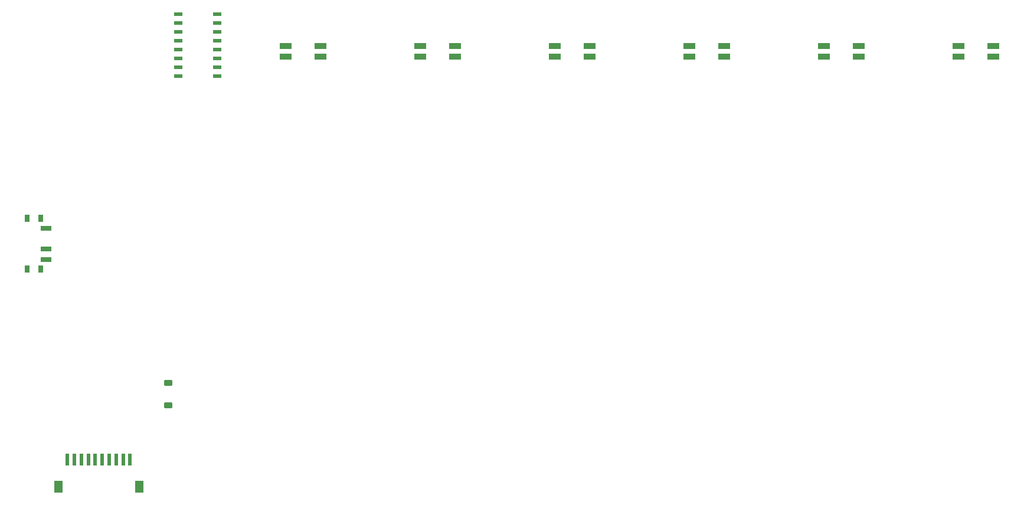
<source format=gtp>
G04 #@! TF.GenerationSoftware,KiCad,Pcbnew,7.0.5*
G04 #@! TF.CreationDate,2024-01-21T06:03:08-08:00*
G04 #@! TF.ProjectId,Seismos_5CoreRShift,53656973-6d6f-4735-9f35-436f72655253,rev?*
G04 #@! TF.SameCoordinates,Original*
G04 #@! TF.FileFunction,Paste,Top*
G04 #@! TF.FilePolarity,Positive*
%FSLAX46Y46*%
G04 Gerber Fmt 4.6, Leading zero omitted, Abs format (unit mm)*
G04 Created by KiCad (PCBNEW 7.0.5) date 2024-01-21 06:03:08*
%MOMM*%
%LPD*%
G01*
G04 APERTURE LIST*
G04 Aperture macros list*
%AMRoundRect*
0 Rectangle with rounded corners*
0 $1 Rounding radius*
0 $2 $3 $4 $5 $6 $7 $8 $9 X,Y pos of 4 corners*
0 Add a 4 corners polygon primitive as box body*
4,1,4,$2,$3,$4,$5,$6,$7,$8,$9,$2,$3,0*
0 Add four circle primitives for the rounded corners*
1,1,$1+$1,$2,$3*
1,1,$1+$1,$4,$5*
1,1,$1+$1,$6,$7*
1,1,$1+$1,$8,$9*
0 Add four rect primitives between the rounded corners*
20,1,$1+$1,$2,$3,$4,$5,0*
20,1,$1+$1,$4,$5,$6,$7,0*
20,1,$1+$1,$6,$7,$8,$9,0*
20,1,$1+$1,$8,$9,$2,$3,0*%
G04 Aperture macros list end*
%ADD10R,1.803400X0.812800*%
%ADD11R,1.500000X0.700000*%
%ADD12R,0.800000X1.000000*%
%ADD13R,1.200000X0.600000*%
%ADD14R,0.600000X1.700000*%
%ADD15R,1.200000X1.800000*%
%ADD16RoundRect,0.225000X-0.375000X0.225000X-0.375000X-0.225000X0.375000X-0.225000X0.375000X0.225000X0*%
G04 APERTURE END LIST*
D10*
X68348100Y-33249300D03*
X68348100Y-31750700D03*
X73351900Y-31750700D03*
X73351900Y-33249300D03*
X164848100Y-33249300D03*
X164848100Y-31750700D03*
X169851900Y-31750700D03*
X169851900Y-33249300D03*
X126248100Y-33249300D03*
X126248100Y-31750700D03*
X131251900Y-31750700D03*
X131251900Y-33249300D03*
X106948100Y-33249300D03*
X106948100Y-31750700D03*
X111951900Y-31750700D03*
X111951900Y-33249300D03*
D11*
X33950000Y-60882000D03*
D12*
X33165000Y-56482000D03*
X31235000Y-56482000D03*
X33165000Y-63782000D03*
X31235000Y-63782000D03*
D11*
X33950000Y-62382000D03*
X33950000Y-57882000D03*
D13*
X58500000Y-36045000D03*
X58500000Y-34775000D03*
X58500000Y-33505000D03*
X58500000Y-32235000D03*
X58500000Y-30965000D03*
X58500000Y-29695000D03*
X58500000Y-28425000D03*
X58500000Y-27155000D03*
X52900000Y-27155000D03*
X52900000Y-28425000D03*
X52900000Y-29695000D03*
X52900000Y-30965000D03*
X52900000Y-32235000D03*
X52900000Y-33505000D03*
X52900000Y-34775000D03*
X52900000Y-36045000D03*
D14*
X37000000Y-91114000D03*
X38000000Y-91114000D03*
X39000000Y-91115000D03*
X40000000Y-91115000D03*
X41000000Y-91115000D03*
X42000000Y-91115000D03*
X43000000Y-91115000D03*
X44000000Y-91115000D03*
X45000000Y-91115000D03*
X46000000Y-91115000D03*
D15*
X35700000Y-94990000D03*
X47300000Y-94990000D03*
D10*
X145548100Y-33249300D03*
X145548100Y-31750700D03*
X150551900Y-31750700D03*
X150551900Y-33249300D03*
D16*
X51500000Y-80050000D03*
X51500000Y-83350000D03*
D10*
X87648100Y-33249300D03*
X87648100Y-31750700D03*
X92651900Y-31750700D03*
X92651900Y-33249300D03*
M02*

</source>
